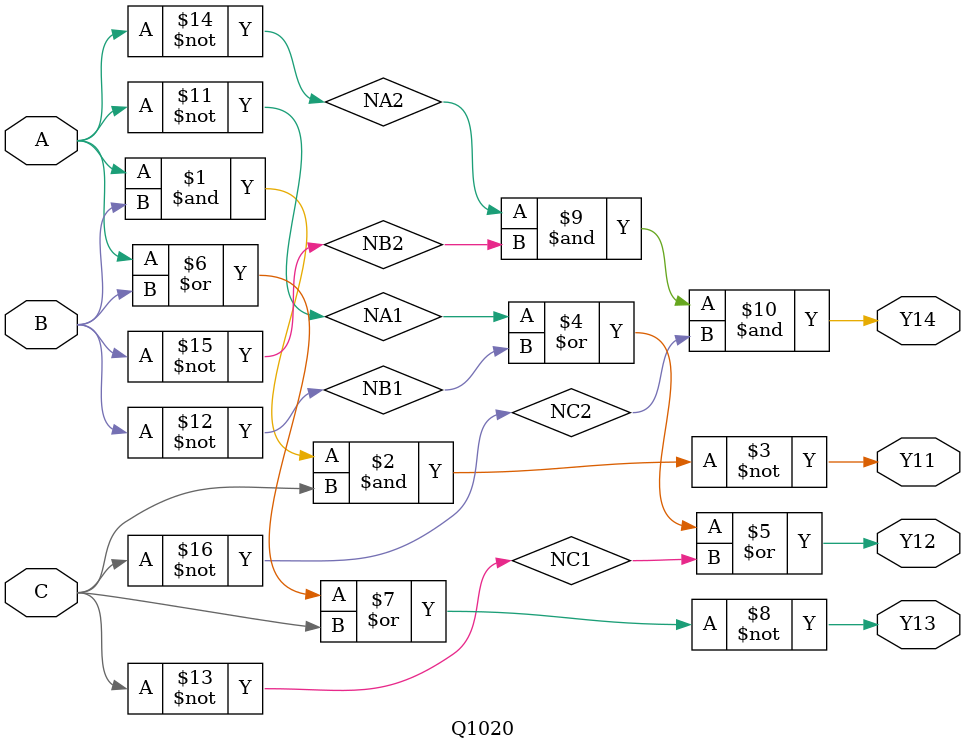
<source format=v>
module Q1020(A,B,C,Y11,Y12,Y13,Y14);
input A,B,C;
output Y11,Y12,Y13,Y14;
wire NA1,NB1,NC1,NA2,NB2,NC2;

nand U1(Y11,A,B,C);
not U2(NA1,A);
not U3(NB1,B);
not U4(NC1,C);
or U5(Y12,NA1,NB1,NC1);

nor U6(Y13,A,B,C);
not U7(NA2,A);
not U8(NB2,B);
not U9(NC2,C);
and U10(Y14,NA2,NB2,NC2);

endmodule

</source>
